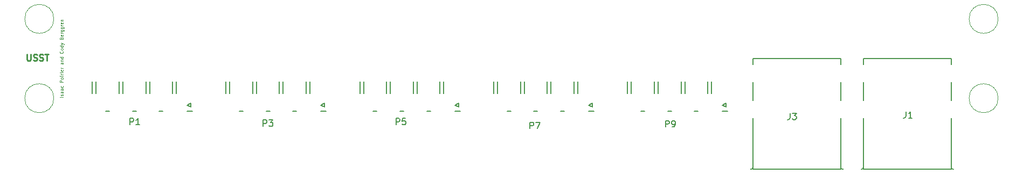
<source format=gbr>
G04 #@! TF.FileFunction,Legend,Top*
%FSLAX46Y46*%
G04 Gerber Fmt 4.6, Leading zero omitted, Abs format (unit mm)*
G04 Created by KiCad (PCBNEW 4.0.7) date 03/14/18 18:08:52*
%MOMM*%
%LPD*%
G01*
G04 APERTURE LIST*
%ADD10C,0.100000*%
%ADD11C,0.250000*%
%ADD12C,0.125000*%
%ADD13C,0.120000*%
%ADD14C,0.150000*%
%ADD15C,4.464000*%
%ADD16C,2.800000*%
%ADD17C,1.400000*%
%ADD18R,3.400000X3.400000*%
%ADD19C,3.400000*%
G04 APERTURE END LIST*
D10*
D11*
X70669352Y-102271581D02*
X70669352Y-103081105D01*
X70716971Y-103176343D01*
X70764590Y-103223962D01*
X70859828Y-103271581D01*
X71050305Y-103271581D01*
X71145543Y-103223962D01*
X71193162Y-103176343D01*
X71240781Y-103081105D01*
X71240781Y-102271581D01*
X71669352Y-103223962D02*
X71812209Y-103271581D01*
X72050305Y-103271581D01*
X72145543Y-103223962D01*
X72193162Y-103176343D01*
X72240781Y-103081105D01*
X72240781Y-102985867D01*
X72193162Y-102890629D01*
X72145543Y-102843010D01*
X72050305Y-102795390D01*
X71859828Y-102747771D01*
X71764590Y-102700152D01*
X71716971Y-102652533D01*
X71669352Y-102557295D01*
X71669352Y-102462057D01*
X71716971Y-102366819D01*
X71764590Y-102319200D01*
X71859828Y-102271581D01*
X72097924Y-102271581D01*
X72240781Y-102319200D01*
X72621733Y-103223962D02*
X72764590Y-103271581D01*
X73002686Y-103271581D01*
X73097924Y-103223962D01*
X73145543Y-103176343D01*
X73193162Y-103081105D01*
X73193162Y-102985867D01*
X73145543Y-102890629D01*
X73097924Y-102843010D01*
X73002686Y-102795390D01*
X72812209Y-102747771D01*
X72716971Y-102700152D01*
X72669352Y-102652533D01*
X72621733Y-102557295D01*
X72621733Y-102462057D01*
X72669352Y-102366819D01*
X72716971Y-102319200D01*
X72812209Y-102271581D01*
X73050305Y-102271581D01*
X73193162Y-102319200D01*
X73478876Y-102271581D02*
X74050305Y-102271581D01*
X73764590Y-103271581D02*
X73764590Y-102271581D01*
D12*
X76324590Y-109027941D02*
X75824590Y-109027941D01*
X76300781Y-108813656D02*
X76324590Y-108766037D01*
X76324590Y-108670799D01*
X76300781Y-108623180D01*
X76253162Y-108599370D01*
X76229352Y-108599370D01*
X76181733Y-108623180D01*
X76157924Y-108670799D01*
X76157924Y-108742227D01*
X76134114Y-108789846D01*
X76086495Y-108813656D01*
X76062686Y-108813656D01*
X76015067Y-108789846D01*
X75991257Y-108742227D01*
X75991257Y-108670799D01*
X76015067Y-108623180D01*
X76324590Y-108170799D02*
X76062686Y-108170799D01*
X76015067Y-108194608D01*
X75991257Y-108242227D01*
X75991257Y-108337465D01*
X76015067Y-108385084D01*
X76300781Y-108170799D02*
X76324590Y-108218418D01*
X76324590Y-108337465D01*
X76300781Y-108385084D01*
X76253162Y-108408894D01*
X76205543Y-108408894D01*
X76157924Y-108385084D01*
X76134114Y-108337465D01*
X76134114Y-108218418D01*
X76110305Y-108170799D01*
X76324590Y-107718418D02*
X76062686Y-107718418D01*
X76015067Y-107742227D01*
X75991257Y-107789846D01*
X75991257Y-107885084D01*
X76015067Y-107932703D01*
X76300781Y-107718418D02*
X76324590Y-107766037D01*
X76324590Y-107885084D01*
X76300781Y-107932703D01*
X76253162Y-107956513D01*
X76205543Y-107956513D01*
X76157924Y-107932703D01*
X76134114Y-107885084D01*
X76134114Y-107766037D01*
X76110305Y-107718418D01*
X76300781Y-107266037D02*
X76324590Y-107313656D01*
X76324590Y-107408894D01*
X76300781Y-107456513D01*
X76276971Y-107480322D01*
X76229352Y-107504132D01*
X76086495Y-107504132D01*
X76038876Y-107480322D01*
X76015067Y-107456513D01*
X75991257Y-107408894D01*
X75991257Y-107313656D01*
X76015067Y-107266037D01*
X76324590Y-106670799D02*
X75824590Y-106670799D01*
X75824590Y-106480323D01*
X75848400Y-106432704D01*
X75872210Y-106408895D01*
X75919829Y-106385085D01*
X75991257Y-106385085D01*
X76038876Y-106408895D01*
X76062686Y-106432704D01*
X76086495Y-106480323D01*
X76086495Y-106670799D01*
X76324590Y-106099371D02*
X76300781Y-106146990D01*
X76276971Y-106170799D01*
X76229352Y-106194609D01*
X76086495Y-106194609D01*
X76038876Y-106170799D01*
X76015067Y-106146990D01*
X75991257Y-106099371D01*
X75991257Y-106027942D01*
X76015067Y-105980323D01*
X76038876Y-105956514D01*
X76086495Y-105932704D01*
X76229352Y-105932704D01*
X76276971Y-105956514D01*
X76300781Y-105980323D01*
X76324590Y-106027942D01*
X76324590Y-106099371D01*
X76324590Y-105718418D02*
X75991257Y-105718418D01*
X75824590Y-105718418D02*
X75848400Y-105742228D01*
X75872210Y-105718418D01*
X75848400Y-105694609D01*
X75824590Y-105718418D01*
X75872210Y-105718418D01*
X76324590Y-105480323D02*
X75991257Y-105480323D01*
X76086495Y-105480323D02*
X76038876Y-105456514D01*
X76015067Y-105432704D01*
X75991257Y-105385085D01*
X75991257Y-105337466D01*
X76324590Y-105170799D02*
X75991257Y-105170799D01*
X75824590Y-105170799D02*
X75848400Y-105194609D01*
X75872210Y-105170799D01*
X75848400Y-105146990D01*
X75824590Y-105170799D01*
X75872210Y-105170799D01*
X76300781Y-104742228D02*
X76324590Y-104789847D01*
X76324590Y-104885085D01*
X76300781Y-104932704D01*
X76253162Y-104956514D01*
X76062686Y-104956514D01*
X76015067Y-104932704D01*
X75991257Y-104885085D01*
X75991257Y-104789847D01*
X76015067Y-104742228D01*
X76062686Y-104718419D01*
X76110305Y-104718419D01*
X76157924Y-104956514D01*
X76324590Y-104504133D02*
X75991257Y-104504133D01*
X76086495Y-104504133D02*
X76038876Y-104480324D01*
X76015067Y-104456514D01*
X75991257Y-104408895D01*
X75991257Y-104361276D01*
X76324590Y-103599372D02*
X76062686Y-103599372D01*
X76015067Y-103623181D01*
X75991257Y-103670800D01*
X75991257Y-103766038D01*
X76015067Y-103813657D01*
X76300781Y-103599372D02*
X76324590Y-103646991D01*
X76324590Y-103766038D01*
X76300781Y-103813657D01*
X76253162Y-103837467D01*
X76205543Y-103837467D01*
X76157924Y-103813657D01*
X76134114Y-103766038D01*
X76134114Y-103646991D01*
X76110305Y-103599372D01*
X75991257Y-103361276D02*
X76324590Y-103361276D01*
X76038876Y-103361276D02*
X76015067Y-103337467D01*
X75991257Y-103289848D01*
X75991257Y-103218419D01*
X76015067Y-103170800D01*
X76062686Y-103146991D01*
X76324590Y-103146991D01*
X76324590Y-102694610D02*
X75824590Y-102694610D01*
X76300781Y-102694610D02*
X76324590Y-102742229D01*
X76324590Y-102837467D01*
X76300781Y-102885086D01*
X76276971Y-102908895D01*
X76229352Y-102932705D01*
X76086495Y-102932705D01*
X76038876Y-102908895D01*
X76015067Y-102885086D01*
X75991257Y-102837467D01*
X75991257Y-102742229D01*
X76015067Y-102694610D01*
X76276971Y-101789848D02*
X76300781Y-101813658D01*
X76324590Y-101885086D01*
X76324590Y-101932705D01*
X76300781Y-102004134D01*
X76253162Y-102051753D01*
X76205543Y-102075562D01*
X76110305Y-102099372D01*
X76038876Y-102099372D01*
X75943638Y-102075562D01*
X75896019Y-102051753D01*
X75848400Y-102004134D01*
X75824590Y-101932705D01*
X75824590Y-101885086D01*
X75848400Y-101813658D01*
X75872210Y-101789848D01*
X76324590Y-101504134D02*
X76300781Y-101551753D01*
X76276971Y-101575562D01*
X76229352Y-101599372D01*
X76086495Y-101599372D01*
X76038876Y-101575562D01*
X76015067Y-101551753D01*
X75991257Y-101504134D01*
X75991257Y-101432705D01*
X76015067Y-101385086D01*
X76038876Y-101361277D01*
X76086495Y-101337467D01*
X76229352Y-101337467D01*
X76276971Y-101361277D01*
X76300781Y-101385086D01*
X76324590Y-101432705D01*
X76324590Y-101504134D01*
X76324590Y-100908896D02*
X75824590Y-100908896D01*
X76300781Y-100908896D02*
X76324590Y-100956515D01*
X76324590Y-101051753D01*
X76300781Y-101099372D01*
X76276971Y-101123181D01*
X76229352Y-101146991D01*
X76086495Y-101146991D01*
X76038876Y-101123181D01*
X76015067Y-101099372D01*
X75991257Y-101051753D01*
X75991257Y-100956515D01*
X76015067Y-100908896D01*
X75991257Y-100718419D02*
X76324590Y-100599372D01*
X75991257Y-100480324D02*
X76324590Y-100599372D01*
X76443638Y-100646991D01*
X76467448Y-100670800D01*
X76491257Y-100718419D01*
X76062686Y-99742230D02*
X76086495Y-99670801D01*
X76110305Y-99646992D01*
X76157924Y-99623182D01*
X76229352Y-99623182D01*
X76276971Y-99646992D01*
X76300781Y-99670801D01*
X76324590Y-99718420D01*
X76324590Y-99908896D01*
X75824590Y-99908896D01*
X75824590Y-99742230D01*
X75848400Y-99694611D01*
X75872210Y-99670801D01*
X75919829Y-99646992D01*
X75967448Y-99646992D01*
X76015067Y-99670801D01*
X76038876Y-99694611D01*
X76062686Y-99742230D01*
X76062686Y-99908896D01*
X76300781Y-99218420D02*
X76324590Y-99266039D01*
X76324590Y-99361277D01*
X76300781Y-99408896D01*
X76253162Y-99432706D01*
X76062686Y-99432706D01*
X76015067Y-99408896D01*
X75991257Y-99361277D01*
X75991257Y-99266039D01*
X76015067Y-99218420D01*
X76062686Y-99194611D01*
X76110305Y-99194611D01*
X76157924Y-99432706D01*
X76324590Y-98980325D02*
X75991257Y-98980325D01*
X76086495Y-98980325D02*
X76038876Y-98956516D01*
X76015067Y-98932706D01*
X75991257Y-98885087D01*
X75991257Y-98837468D01*
X75991257Y-98456516D02*
X76396019Y-98456516D01*
X76443638Y-98480325D01*
X76467448Y-98504135D01*
X76491257Y-98551754D01*
X76491257Y-98623182D01*
X76467448Y-98670801D01*
X76300781Y-98456516D02*
X76324590Y-98504135D01*
X76324590Y-98599373D01*
X76300781Y-98646992D01*
X76276971Y-98670801D01*
X76229352Y-98694611D01*
X76086495Y-98694611D01*
X76038876Y-98670801D01*
X76015067Y-98646992D01*
X75991257Y-98599373D01*
X75991257Y-98504135D01*
X76015067Y-98456516D01*
X75991257Y-98004135D02*
X76396019Y-98004135D01*
X76443638Y-98027944D01*
X76467448Y-98051754D01*
X76491257Y-98099373D01*
X76491257Y-98170801D01*
X76467448Y-98218420D01*
X76300781Y-98004135D02*
X76324590Y-98051754D01*
X76324590Y-98146992D01*
X76300781Y-98194611D01*
X76276971Y-98218420D01*
X76229352Y-98242230D01*
X76086495Y-98242230D01*
X76038876Y-98218420D01*
X76015067Y-98194611D01*
X75991257Y-98146992D01*
X75991257Y-98051754D01*
X76015067Y-98004135D01*
X76324590Y-97766039D02*
X75991257Y-97766039D01*
X76086495Y-97766039D02*
X76038876Y-97742230D01*
X76015067Y-97718420D01*
X75991257Y-97670801D01*
X75991257Y-97623182D01*
X76300781Y-97266039D02*
X76324590Y-97313658D01*
X76324590Y-97408896D01*
X76300781Y-97456515D01*
X76253162Y-97480325D01*
X76062686Y-97480325D01*
X76015067Y-97456515D01*
X75991257Y-97408896D01*
X75991257Y-97313658D01*
X76015067Y-97266039D01*
X76062686Y-97242230D01*
X76110305Y-97242230D01*
X76157924Y-97480325D01*
X75991257Y-97027944D02*
X76324590Y-97027944D01*
X76038876Y-97027944D02*
X76015067Y-97004135D01*
X75991257Y-96956516D01*
X75991257Y-96885087D01*
X76015067Y-96837468D01*
X76062686Y-96813659D01*
X76324590Y-96813659D01*
D13*
X74879200Y-96697800D02*
G75*
G03X74879200Y-96697800I-2286000J0D01*
G01*
X74879200Y-109207300D02*
G75*
G03X74879200Y-109207300I-2286000J0D01*
G01*
X223215200Y-109207300D02*
G75*
G03X223215200Y-109207300I-2286000J0D01*
G01*
X223215200Y-96697800D02*
G75*
G03X223215200Y-96697800I-2286000J0D01*
G01*
D14*
X201697200Y-120425300D02*
G75*
G03X202057200Y-120085300I10000J350000D01*
G01*
X215857200Y-120095300D02*
G75*
G03X216207200Y-120425300I340000J10000D01*
G01*
X215857200Y-102975300D02*
X202057200Y-102965300D01*
X202057200Y-102965300D02*
X202057200Y-120425300D01*
X202057200Y-120425300D02*
X215857200Y-120425300D01*
X215857200Y-120425300D02*
X215857200Y-102965300D01*
X184330700Y-120416800D02*
G75*
G03X184690700Y-120076800I10000J350000D01*
G01*
X198490700Y-120086800D02*
G75*
G03X198840700Y-120416800I340000J10000D01*
G01*
X198490700Y-102966800D02*
X184690700Y-102956800D01*
X184690700Y-102956800D02*
X184690700Y-120416800D01*
X184690700Y-120416800D02*
X198490700Y-120416800D01*
X198490700Y-120416800D02*
X198490700Y-102956800D01*
X95827600Y-111236800D02*
X96677600Y-111236800D01*
X94127600Y-108486800D02*
X94127600Y-106586800D01*
X93527600Y-108486800D02*
X93527600Y-106586800D01*
X89927600Y-108486800D02*
X89927600Y-106586800D01*
X89327600Y-108486800D02*
X89327600Y-106586800D01*
X85727600Y-108486800D02*
X85727600Y-106586800D01*
X85127600Y-108486800D02*
X85127600Y-106586800D01*
X81527600Y-108486800D02*
X81527600Y-106586800D01*
X80927600Y-108486800D02*
X80927600Y-106586800D01*
X92027600Y-111286800D02*
X91427600Y-111286800D01*
X87827600Y-111286800D02*
X87227600Y-111286800D01*
X83627600Y-111286800D02*
X83027600Y-111286800D01*
X95827600Y-110286800D02*
X96427600Y-109986800D01*
X96427600Y-109986800D02*
X96427600Y-110586800D01*
X96427600Y-110586800D02*
X95827600Y-110286800D01*
X116808000Y-111236800D02*
X117658000Y-111236800D01*
X115108000Y-108486800D02*
X115108000Y-106586800D01*
X114508000Y-108486800D02*
X114508000Y-106586800D01*
X110908000Y-108486800D02*
X110908000Y-106586800D01*
X110308000Y-108486800D02*
X110308000Y-106586800D01*
X106708000Y-108486800D02*
X106708000Y-106586800D01*
X106108000Y-108486800D02*
X106108000Y-106586800D01*
X102508000Y-108486800D02*
X102508000Y-106586800D01*
X101908000Y-108486800D02*
X101908000Y-106586800D01*
X113008000Y-111286800D02*
X112408000Y-111286800D01*
X108808000Y-111286800D02*
X108208000Y-111286800D01*
X104608000Y-111286800D02*
X104008000Y-111286800D01*
X116808000Y-110286800D02*
X117408000Y-109986800D01*
X117408000Y-109986800D02*
X117408000Y-110586800D01*
X117408000Y-110586800D02*
X116808000Y-110286800D01*
X137839200Y-111236800D02*
X138689200Y-111236800D01*
X136139200Y-108486800D02*
X136139200Y-106586800D01*
X135539200Y-108486800D02*
X135539200Y-106586800D01*
X131939200Y-108486800D02*
X131939200Y-106586800D01*
X131339200Y-108486800D02*
X131339200Y-106586800D01*
X127739200Y-108486800D02*
X127739200Y-106586800D01*
X127139200Y-108486800D02*
X127139200Y-106586800D01*
X123539200Y-108486800D02*
X123539200Y-106586800D01*
X122939200Y-108486800D02*
X122939200Y-106586800D01*
X134039200Y-111286800D02*
X133439200Y-111286800D01*
X129839200Y-111286800D02*
X129239200Y-111286800D01*
X125639200Y-111286800D02*
X125039200Y-111286800D01*
X137839200Y-110286800D02*
X138439200Y-109986800D01*
X138439200Y-109986800D02*
X138439200Y-110586800D01*
X138439200Y-110586800D02*
X137839200Y-110286800D01*
X158870400Y-111236800D02*
X159720400Y-111236800D01*
X157170400Y-108486800D02*
X157170400Y-106586800D01*
X156570400Y-108486800D02*
X156570400Y-106586800D01*
X152970400Y-108486800D02*
X152970400Y-106586800D01*
X152370400Y-108486800D02*
X152370400Y-106586800D01*
X148770400Y-108486800D02*
X148770400Y-106586800D01*
X148170400Y-108486800D02*
X148170400Y-106586800D01*
X144570400Y-108486800D02*
X144570400Y-106586800D01*
X143970400Y-108486800D02*
X143970400Y-106586800D01*
X155070400Y-111286800D02*
X154470400Y-111286800D01*
X150870400Y-111286800D02*
X150270400Y-111286800D01*
X146670400Y-111286800D02*
X146070400Y-111286800D01*
X158870400Y-110286800D02*
X159470400Y-109986800D01*
X159470400Y-109986800D02*
X159470400Y-110586800D01*
X159470400Y-110586800D02*
X158870400Y-110286800D01*
X179901600Y-111236800D02*
X180751600Y-111236800D01*
X178201600Y-108486800D02*
X178201600Y-106586800D01*
X177601600Y-108486800D02*
X177601600Y-106586800D01*
X174001600Y-108486800D02*
X174001600Y-106586800D01*
X173401600Y-108486800D02*
X173401600Y-106586800D01*
X169801600Y-108486800D02*
X169801600Y-106586800D01*
X169201600Y-108486800D02*
X169201600Y-106586800D01*
X165601600Y-108486800D02*
X165601600Y-106586800D01*
X165001600Y-108486800D02*
X165001600Y-106586800D01*
X176101600Y-111286800D02*
X175501600Y-111286800D01*
X171901600Y-111286800D02*
X171301600Y-111286800D01*
X167701600Y-111286800D02*
X167101600Y-111286800D01*
X179901600Y-110286800D02*
X180501600Y-109986800D01*
X180501600Y-109986800D02*
X180501600Y-110586800D01*
X180501600Y-110586800D02*
X179901600Y-110286800D01*
X208708667Y-111313981D02*
X208708667Y-112028267D01*
X208661047Y-112171124D01*
X208565809Y-112266362D01*
X208422952Y-112313981D01*
X208327714Y-112313981D01*
X209708667Y-112313981D02*
X209137238Y-112313981D01*
X209422952Y-112313981D02*
X209422952Y-111313981D01*
X209327714Y-111456838D01*
X209232476Y-111552076D01*
X209137238Y-111599695D01*
X190522267Y-111567981D02*
X190522267Y-112282267D01*
X190474647Y-112425124D01*
X190379409Y-112520362D01*
X190236552Y-112567981D01*
X190141314Y-112567981D01*
X190903219Y-111567981D02*
X191522267Y-111567981D01*
X191188933Y-111948933D01*
X191331791Y-111948933D01*
X191427029Y-111996552D01*
X191474648Y-112044171D01*
X191522267Y-112139410D01*
X191522267Y-112377505D01*
X191474648Y-112472743D01*
X191427029Y-112520362D01*
X191331791Y-112567981D01*
X191046076Y-112567981D01*
X190950838Y-112520362D01*
X190903219Y-112472743D01*
X86841105Y-113380781D02*
X86841105Y-112380781D01*
X87222058Y-112380781D01*
X87317296Y-112428400D01*
X87364915Y-112476019D01*
X87412534Y-112571257D01*
X87412534Y-112714114D01*
X87364915Y-112809352D01*
X87317296Y-112856971D01*
X87222058Y-112904590D01*
X86841105Y-112904590D01*
X88364915Y-113380781D02*
X87793486Y-113380781D01*
X88079200Y-113380781D02*
X88079200Y-112380781D01*
X87983962Y-112523638D01*
X87888724Y-112618876D01*
X87793486Y-112666495D01*
X107770705Y-113634781D02*
X107770705Y-112634781D01*
X108151658Y-112634781D01*
X108246896Y-112682400D01*
X108294515Y-112730019D01*
X108342134Y-112825257D01*
X108342134Y-112968114D01*
X108294515Y-113063352D01*
X108246896Y-113110971D01*
X108151658Y-113158590D01*
X107770705Y-113158590D01*
X108675467Y-112634781D02*
X109294515Y-112634781D01*
X108961181Y-113015733D01*
X109104039Y-113015733D01*
X109199277Y-113063352D01*
X109246896Y-113110971D01*
X109294515Y-113206210D01*
X109294515Y-113444305D01*
X109246896Y-113539543D01*
X109199277Y-113587162D01*
X109104039Y-113634781D01*
X108818324Y-113634781D01*
X108723086Y-113587162D01*
X108675467Y-113539543D01*
X128649505Y-113380781D02*
X128649505Y-112380781D01*
X129030458Y-112380781D01*
X129125696Y-112428400D01*
X129173315Y-112476019D01*
X129220934Y-112571257D01*
X129220934Y-112714114D01*
X129173315Y-112809352D01*
X129125696Y-112856971D01*
X129030458Y-112904590D01*
X128649505Y-112904590D01*
X130125696Y-112380781D02*
X129649505Y-112380781D01*
X129601886Y-112856971D01*
X129649505Y-112809352D01*
X129744743Y-112761733D01*
X129982839Y-112761733D01*
X130078077Y-112809352D01*
X130125696Y-112856971D01*
X130173315Y-112952210D01*
X130173315Y-113190305D01*
X130125696Y-113285543D01*
X130078077Y-113333162D01*
X129982839Y-113380781D01*
X129744743Y-113380781D01*
X129649505Y-113333162D01*
X129601886Y-113285543D01*
X149680705Y-113990381D02*
X149680705Y-112990381D01*
X150061658Y-112990381D01*
X150156896Y-113038000D01*
X150204515Y-113085619D01*
X150252134Y-113180857D01*
X150252134Y-113323714D01*
X150204515Y-113418952D01*
X150156896Y-113466571D01*
X150061658Y-113514190D01*
X149680705Y-113514190D01*
X150585467Y-112990381D02*
X151252134Y-112990381D01*
X150823562Y-113990381D01*
X170965905Y-113736381D02*
X170965905Y-112736381D01*
X171346858Y-112736381D01*
X171442096Y-112784000D01*
X171489715Y-112831619D01*
X171537334Y-112926857D01*
X171537334Y-113069714D01*
X171489715Y-113164952D01*
X171442096Y-113212571D01*
X171346858Y-113260190D01*
X170965905Y-113260190D01*
X172013524Y-113736381D02*
X172204000Y-113736381D01*
X172299239Y-113688762D01*
X172346858Y-113641143D01*
X172442096Y-113498286D01*
X172489715Y-113307810D01*
X172489715Y-112926857D01*
X172442096Y-112831619D01*
X172394477Y-112784000D01*
X172299239Y-112736381D01*
X172108762Y-112736381D01*
X172013524Y-112784000D01*
X171965905Y-112831619D01*
X171918286Y-112926857D01*
X171918286Y-113164952D01*
X171965905Y-113260190D01*
X172013524Y-113307810D01*
X172108762Y-113355429D01*
X172299239Y-113355429D01*
X172394477Y-113307810D01*
X172442096Y-113260190D01*
X172489715Y-113164952D01*
%LPC*%
D15*
X72593200Y-96697800D03*
X72593200Y-109207300D03*
X220929200Y-109207300D03*
X220929200Y-96697800D03*
D16*
X202387200Y-110985300D03*
X202387200Y-105305300D03*
X215527200Y-105305300D03*
X215527200Y-110975300D03*
D17*
X212457200Y-108985300D03*
X205457200Y-108985300D03*
X207957200Y-108985300D03*
X209957200Y-108985300D03*
X212957200Y-107485300D03*
X210957200Y-107485300D03*
X208967200Y-107485300D03*
X206957200Y-107485300D03*
X204957200Y-107485300D03*
X205457200Y-105785300D03*
X207957200Y-105785300D03*
X209957200Y-105785300D03*
X212457200Y-105785300D03*
X212957200Y-104285300D03*
X210957200Y-104285300D03*
X208957200Y-104285300D03*
X206957200Y-104285300D03*
X204957200Y-104285300D03*
D16*
X202387200Y-94792800D03*
X202387200Y-100472800D03*
X215527200Y-100472800D03*
X215527200Y-94802800D03*
D17*
X212457200Y-96792800D03*
X205457200Y-96792800D03*
X207957200Y-96792800D03*
X209957200Y-96792800D03*
X212957200Y-98292800D03*
X210957200Y-98292800D03*
X208967200Y-98292800D03*
X206957200Y-98292800D03*
X204957200Y-98292800D03*
X205457200Y-99992800D03*
X207957200Y-99992800D03*
X209957200Y-99992800D03*
X212457200Y-99992800D03*
X212957200Y-101492800D03*
X210957200Y-101492800D03*
X208957200Y-101492800D03*
X206957200Y-101492800D03*
X204957200Y-101492800D03*
D16*
X185020700Y-110976800D03*
X185020700Y-105296800D03*
X198160700Y-105296800D03*
X198160700Y-110966800D03*
D17*
X195090700Y-108976800D03*
X188090700Y-108976800D03*
X190590700Y-108976800D03*
X192590700Y-108976800D03*
X195590700Y-107476800D03*
X193590700Y-107476800D03*
X191600700Y-107476800D03*
X189590700Y-107476800D03*
X187590700Y-107476800D03*
X188090700Y-105776800D03*
X190590700Y-105776800D03*
X192590700Y-105776800D03*
X195090700Y-105776800D03*
X195590700Y-104276800D03*
X193590700Y-104276800D03*
X191590700Y-104276800D03*
X189590700Y-104276800D03*
X187590700Y-104276800D03*
D16*
X185020700Y-94737800D03*
X185020700Y-100417800D03*
X198160700Y-100417800D03*
X198160700Y-94747800D03*
D17*
X195090700Y-96737800D03*
X188090700Y-96737800D03*
X190590700Y-96737800D03*
X192590700Y-96737800D03*
X195590700Y-98237800D03*
X193590700Y-98237800D03*
X191600700Y-98237800D03*
X189590700Y-98237800D03*
X187590700Y-98237800D03*
X188090700Y-99937800D03*
X190590700Y-99937800D03*
X192590700Y-99937800D03*
X195090700Y-99937800D03*
X195590700Y-101437800D03*
X193590700Y-101437800D03*
X191590700Y-101437800D03*
X189590700Y-101437800D03*
X187590700Y-101437800D03*
D18*
X93827600Y-110286800D03*
D19*
X89627600Y-110286800D03*
X85427600Y-110286800D03*
X81227600Y-110286800D03*
X93827600Y-104786800D03*
X89627600Y-104786800D03*
X85427600Y-104786800D03*
X81227600Y-104786800D03*
D18*
X93827600Y-95250000D03*
D19*
X89627600Y-95250000D03*
X85427600Y-95250000D03*
X81227600Y-95250000D03*
X93827600Y-100750000D03*
X89627600Y-100750000D03*
X85427600Y-100750000D03*
X81227600Y-100750000D03*
D18*
X114808000Y-110286800D03*
D19*
X110608000Y-110286800D03*
X106408000Y-110286800D03*
X102208000Y-110286800D03*
X114808000Y-104786800D03*
X110608000Y-104786800D03*
X106408000Y-104786800D03*
X102208000Y-104786800D03*
D18*
X114858800Y-95250000D03*
D19*
X110658800Y-95250000D03*
X106458800Y-95250000D03*
X102258800Y-95250000D03*
X114858800Y-100750000D03*
X110658800Y-100750000D03*
X106458800Y-100750000D03*
X102258800Y-100750000D03*
D18*
X135839200Y-110286800D03*
D19*
X131639200Y-110286800D03*
X127439200Y-110286800D03*
X123239200Y-110286800D03*
X135839200Y-104786800D03*
X131639200Y-104786800D03*
X127439200Y-104786800D03*
X123239200Y-104786800D03*
D18*
X135839200Y-95250000D03*
D19*
X131639200Y-95250000D03*
X127439200Y-95250000D03*
X123239200Y-95250000D03*
X135839200Y-100750000D03*
X131639200Y-100750000D03*
X127439200Y-100750000D03*
X123239200Y-100750000D03*
D18*
X156870400Y-110286800D03*
D19*
X152670400Y-110286800D03*
X148470400Y-110286800D03*
X144270400Y-110286800D03*
X156870400Y-104786800D03*
X152670400Y-104786800D03*
X148470400Y-104786800D03*
X144270400Y-104786800D03*
D18*
X156870400Y-95250000D03*
D19*
X152670400Y-95250000D03*
X148470400Y-95250000D03*
X144270400Y-95250000D03*
X156870400Y-100750000D03*
X152670400Y-100750000D03*
X148470400Y-100750000D03*
X144270400Y-100750000D03*
D18*
X177901600Y-110286800D03*
D19*
X173701600Y-110286800D03*
X169501600Y-110286800D03*
X165301600Y-110286800D03*
X177901600Y-104786800D03*
X173701600Y-104786800D03*
X169501600Y-104786800D03*
X165301600Y-104786800D03*
D18*
X177901600Y-95250000D03*
D19*
X173701600Y-95250000D03*
X169501600Y-95250000D03*
X165301600Y-95250000D03*
X177901600Y-100750000D03*
X173701600Y-100750000D03*
X169501600Y-100750000D03*
X165301600Y-100750000D03*
M02*

</source>
